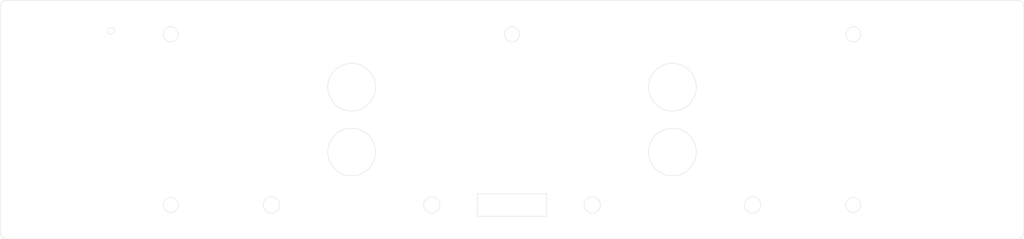
<source format=kicad_pcb>
(kicad_pcb
	(version 20241229)
	(generator "pcbnew")
	(generator_version "9.0")
	(general
		(thickness 2.09)
		(legacy_teardrops no)
	)
	(paper "A4")
	(layers
		(0 "F.Cu" signal)
		(2 "B.Cu" signal)
		(9 "F.Adhes" user "F.Adhesive")
		(11 "B.Adhes" user "B.Adhesive")
		(13 "F.Paste" user)
		(15 "B.Paste" user)
		(5 "F.SilkS" user "F.Silkscreen")
		(7 "B.SilkS" user "B.Silkscreen")
		(1 "F.Mask" user)
		(3 "B.Mask" user)
		(17 "Dwgs.User" user "User.Drawings")
		(19 "Cmts.User" user "User.Comments")
		(21 "Eco1.User" user "User.Eco1")
		(23 "Eco2.User" user "User.Eco2")
		(25 "Edge.Cuts" user)
		(27 "Margin" user)
		(31 "F.CrtYd" user "F.Courtyard")
		(29 "B.CrtYd" user "B.Courtyard")
		(35 "F.Fab" user)
		(33 "B.Fab" user)
		(39 "User.1" user)
		(41 "User.2" user)
		(43 "User.3" user)
		(45 "User.4" user)
	)
	(setup
		(stackup
			(layer "F.SilkS"
				(type "Top Silk Screen")
			)
			(layer "F.Paste"
				(type "Top Solder Paste")
			)
			(layer "F.Mask"
				(type "Top Solder Mask")
				(thickness 0.01)
			)
			(layer "F.Cu"
				(type "copper")
				(thickness 0.035)
			)
			(layer "dielectric 1"
				(type "core")
				(thickness 2)
				(material "FR4")
				(epsilon_r 4.5)
				(loss_tangent 0.02)
			)
			(layer "B.Cu"
				(type "copper")
				(thickness 0.035)
			)
			(layer "B.Mask"
				(type "Bottom Solder Mask")
				(thickness 0.01)
			)
			(layer "B.Paste"
				(type "Bottom Solder Paste")
			)
			(layer "B.SilkS"
				(type "Bottom Silk Screen")
			)
			(copper_finish "None")
			(dielectric_constraints no)
		)
		(pad_to_mask_clearance 0)
		(allow_soldermask_bridges_in_footprints no)
		(tenting front back)
		(grid_origin 60 125)
		(pcbplotparams
			(layerselection 0x00000000_00000000_55555555_5755f5ff)
			(plot_on_all_layers_selection 0x00000000_00000000_00000000_00000000)
			(disableapertmacros no)
			(usegerberextensions no)
			(usegerberattributes yes)
			(usegerberadvancedattributes yes)
			(creategerberjobfile yes)
			(dashed_line_dash_ratio 12.000000)
			(dashed_line_gap_ratio 3.000000)
			(svgprecision 4)
			(plotframeref no)
			(mode 1)
			(useauxorigin no)
			(hpglpennumber 1)
			(hpglpenspeed 20)
			(hpglpendiameter 15.000000)
			(pdf_front_fp_property_popups yes)
			(pdf_back_fp_property_popups yes)
			(pdf_metadata yes)
			(pdf_single_document no)
			(dxfpolygonmode yes)
			(dxfimperialunits yes)
			(dxfusepcbnewfont yes)
			(psnegative no)
			(psa4output no)
			(plot_black_and_white yes)
			(sketchpadsonfab no)
			(plotpadnumbers no)
			(hidednponfab no)
			(sketchdnponfab yes)
			(crossoutdnponfab yes)
			(subtractmaskfromsilk no)
			(outputformat 1)
			(mirror no)
			(drillshape 1)
			(scaleselection 1)
			(outputdirectory "")
		)
	)
	(net 0 "")
	(gr_arc
		(start 60 91)
		(mid 60.292893 90.292893)
		(end 61 90)
		(stroke
			(width 0.05)
			(type solid)
		)
		(layer "Edge.Cuts")
		(uuid "0e923ddd-8810-4985-b5aa-f0d9adcee65f")
	)
	(gr_circle
		(center 99.75 120)
		(end 100.95 120)
		(stroke
			(width 0.05)
			(type solid)
		)
		(fill no)
		(layer "Edge.Cuts")
		(uuid "10f2990f-47e2-47b3-b9d1-1adadc72e542")
	)
	(gr_circle
		(center 158.5 102.75)
		(end 162 102.75)
		(stroke
			(width 0.05)
			(type solid)
		)
		(fill no)
		(layer "Edge.Cuts")
		(uuid "11e369bb-6490-41a2-98e8-da6859bb0e03")
	)
	(gr_circle
		(center 158.5 112.25)
		(end 162 112.25)
		(stroke
			(width 0.05)
			(type solid)
		)
		(fill no)
		(layer "Edge.Cuts")
		(uuid "1ac8e863-a5c1-4fc7-934f-3c928100c155")
	)
	(gr_circle
		(center 76.25 94.5)
		(end 76.75 94.5)
		(stroke
			(width 0.05)
			(type solid)
		)
		(fill no)
		(layer "Edge.Cuts")
		(uuid "24640170-eaae-4d4a-8e24-15e0ea4f6fea")
	)
	(gr_circle
		(center 111.5 102.75)
		(end 115 102.75)
		(stroke
			(width 0.05)
			(type solid)
		)
		(fill no)
		(layer "Edge.Cuts")
		(uuid "29da4908-6a05-449a-a2fc-1c8474a1c845")
	)
	(gr_line
		(start 60 91)
		(end 60 124)
		(stroke
			(width 0.05)
			(type solid)
		)
		(layer "Edge.Cuts")
		(uuid "2c327488-c137-4b41-aa55-3463ee2374a0")
	)
	(gr_circle
		(center 135 95)
		(end 136.1 95)
		(stroke
			(width 0.05)
			(type solid)
		)
		(fill no)
		(layer "Edge.Cuts")
		(uuid "431328b7-8bbc-4632-9417-9ab4a70e6c68")
	)
	(gr_line
		(start 61 125)
		(end 209 125)
		(stroke
			(width 0.05)
			(type solid)
		)
		(layer "Edge.Cuts")
		(uuid "4644050c-891f-4104-ade6-cf57299e76a6")
	)
	(gr_circle
		(center 170.25 120)
		(end 171.45 120)
		(stroke
			(width 0.05)
			(type solid)
		)
		(fill no)
		(layer "Edge.Cuts")
		(uuid "4cdc7ddb-5551-4532-b4a3-a90d2199ccbe")
	)
	(gr_circle
		(center 111.5 112.25)
		(end 115 112.25)
		(stroke
			(width 0.05)
			(type solid)
		)
		(fill no)
		(layer "Edge.Cuts")
		(uuid "4e13473f-60b9-4559-92c6-8ebd80e81262")
	)
	(gr_circle
		(center 185 120)
		(end 186.1 120)
		(stroke
			(width 0.05)
			(type solid)
		)
		(fill no)
		(layer "Edge.Cuts")
		(uuid "58fb2873-6135-4132-a926-59dcc00c362a")
	)
	(gr_arc
		(start 209 90)
		(mid 209.707107 90.292893)
		(end 210 91)
		(stroke
			(width 0.05)
			(type solid)
		)
		(layer "Edge.Cuts")
		(uuid "846c5c85-1783-47f7-808c-a802fdc03168")
	)
	(gr_arc
		(start 210 124)
		(mid 209.707107 124.707107)
		(end 209 125)
		(stroke
			(width 0.05)
			(type solid)
		)
		(layer "Edge.Cuts")
		(uuid "885d5671-aae0-4243-9972-e136f552e210")
	)
	(gr_rect
		(start 129.9 118.35)
		(end 140.1 121.65)
		(stroke
			(width 0.05)
			(type solid)
		)
		(fill no)
		(layer "Edge.Cuts")
		(uuid "8d8ae091-f65b-4865-8c21-bf71fc4e954d")
	)
	(gr_line
		(start 61 90)
		(end 209 90)
		(stroke
			(width 0.05)
			(type solid)
		)
		(layer "Edge.Cuts")
		(uuid "8dba3796-648d-4463-81ed-a3be5e66e8b7")
	)
	(gr_line
		(start 210 91)
		(end 210 124)
		(stroke
			(width 0.05)
			(type solid)
		)
		(layer "Edge.Cuts")
		(uuid "939f916d-5a6d-42b5-aded-9412780871f8")
	)
	(gr_circle
		(center 185 95)
		(end 186.1 95)
		(stroke
			(width 0.05)
			(type solid)
		)
		(fill no)
		(layer "Edge.Cuts")
		(uuid "9ba82f4f-7089-4c73-b513-1d14eaa9f8ef")
	)
	(gr_circle
		(center 85 120)
		(end 86.1 120)
		(stroke
			(width 0.05)
			(type solid)
		)
		(fill no)
		(layer "Edge.Cuts")
		(uuid "9d58fa74-2421-49d8-8852-3a648eaf07d7")
	)
	(gr_arc
		(start 61 125)
		(mid 60.292893 124.707107)
		(end 60 124)
		(stroke
			(width 0.05)
			(type solid)
		)
		(layer "Edge.Cuts")
		(uuid "a3bcf4d4-2b02-4e07-92ea-d9063b50f65b")
	)
	(gr_circle
		(center 146.75 120)
		(end 147.95 120)
		(stroke
			(width 0.05)
			(type solid)
		)
		(fill no)
		(layer "Edge.Cuts")
		(uuid "b8e7c4bc-ad48-4e6f-b23a-5a62f25bbd49")
	)
	(gr_circle
		(center 123.25 120)
		(end 124.45 120)
		(stroke
			(width 0.05)
			(type solid)
		)
		(fill no)
		(layer "Edge.Cuts")
		(uuid "f1858258-55eb-49c5-bb9d-95c03c3eeeaa")
	)
	(gr_circle
		(center 85 95)
		(end 86.1 95)
		(stroke
			(width 0.05)
			(type solid)
		)
		(fill no)
		(layer "Edge.Cuts")
		(uuid "f23d7c1e-4dfc-4827-85a2-f632a2412bed")
	)
	(embedded_fonts no)
)

</source>
